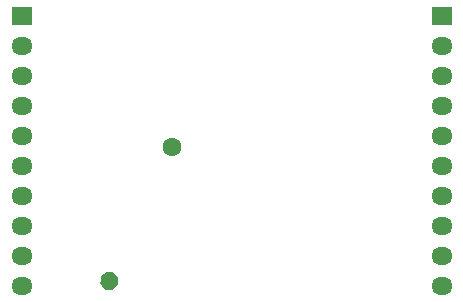
<source format=gbr>
G04 #@! TF.GenerationSoftware,KiCad,Pcbnew,(5.1.8)-1*
G04 #@! TF.CreationDate,2023-07-12T22:57:21+03:00*
G04 #@! TF.ProjectId,INV,494e562e-6b69-4636-9164-5f7063625858,rev?*
G04 #@! TF.SameCoordinates,PX48ab840PY2455c20*
G04 #@! TF.FileFunction,Soldermask,Bot*
G04 #@! TF.FilePolarity,Negative*
%FSLAX46Y46*%
G04 Gerber Fmt 4.6, Leading zero omitted, Abs format (unit mm)*
G04 Created by KiCad (PCBNEW (5.1.8)-1) date 2023-07-12 22:57:21*
%MOMM*%
%LPD*%
G01*
G04 APERTURE LIST*
%ADD10C,1.600000*%
%ADD11O,1.800000X1.500000*%
%ADD12R,1.800000X1.500000*%
G04 APERTURE END LIST*
G36*
G01*
X10295367Y-24256301D02*
X10295367Y-24256301D01*
G75*
G02*
X10682318Y-25319442I-338095J-725046D01*
G01*
X10682318Y-25319442D01*
G75*
G02*
X9619177Y-25706393I-725046J338095D01*
G01*
X9619177Y-25706393D01*
G75*
G02*
X9232226Y-24643252I338095J725046D01*
G01*
X9232226Y-24643252D01*
G75*
G02*
X10295367Y-24256301I725046J-338095D01*
G01*
G37*
D10*
X15240000Y-13652500D03*
D11*
X38100000Y-25400000D03*
X38100000Y-22860000D03*
X38100000Y-20320000D03*
X38100000Y-17780000D03*
X38100000Y-15240000D03*
X38100000Y-12700000D03*
X38100000Y-10160000D03*
X38100000Y-7620000D03*
X38100000Y-5080000D03*
D12*
X38100000Y-2540000D03*
D11*
X2540000Y-25400000D03*
X2540000Y-22860000D03*
X2540000Y-20320000D03*
X2540000Y-17780000D03*
X2540000Y-15240000D03*
X2540000Y-12700000D03*
X2540000Y-10160000D03*
X2540000Y-7620000D03*
X2540000Y-5080000D03*
D12*
X2540000Y-2540000D03*
M02*

</source>
